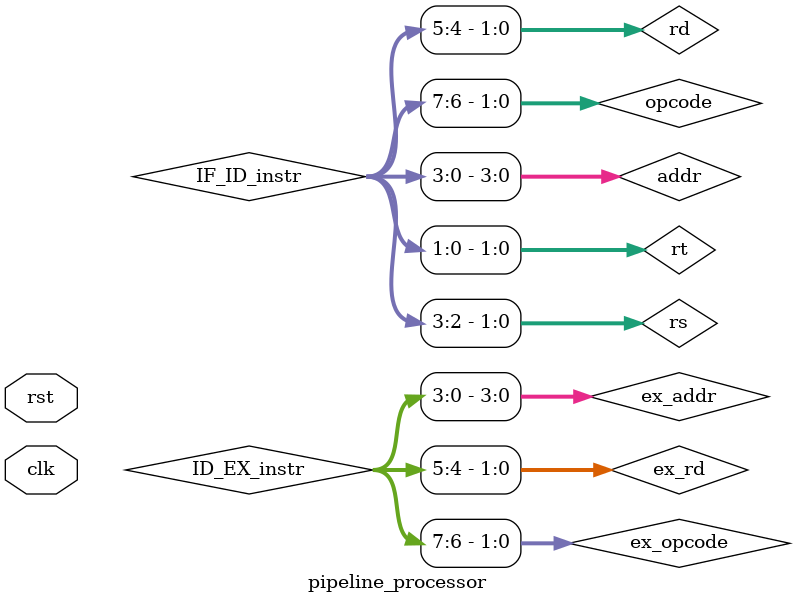
<source format=v>
module pipeline_processor (
    input clk,
    input rst
);
    // ==== Instruction Encoding ====
    // Opcode [7:6]: 2'b00 = ADD, 2'b01 = SUB, 2'b10 = LOAD
    // Format:
    //  ADD/SUB: {OP[7:6], RD[5:4], RS[3:2], RT[1:0]}
    //  LOAD  : {OP[7:6], RD[5:4], ADDR[3:0]}

    reg [7:0] instr_mem [0:15]; // 16 instruction memory
    reg [7:0] data_mem [0:15];  // 16 data memory
    reg [7:0] reg_file [0:3];   // 4 general purpose registers

    reg [3:0] pc;

    // Pipeline Registers
    reg [7:0] IF_ID_instr;
    reg [7:0] ID_EX_instr;
    reg [7:0] ID_EX_rs_data, ID_EX_rt_data;
    reg [7:0] EX_MEM_result;
    reg [1:0] EX_MEM_rd;
    reg       EX_MEM_is_load;

    // Instruction Fetch
    always @(posedge clk or posedge rst) begin
        if (rst)
            pc <= 0;
        else
            IF_ID_instr <= instr_mem[pc];
    end

    // Instruction Decode
    wire [1:0] opcode = IF_ID_instr[7:6];
    wire [1:0] rd     = IF_ID_instr[5:4];
    wire [1:0] rs     = IF_ID_instr[3:2];
    wire [1:0] rt     = IF_ID_instr[1:0];
    wire [3:0] addr   = IF_ID_instr[3:0];

    always @(posedge clk) begin
        ID_EX_instr   <= IF_ID_instr;
        ID_EX_rs_data <= reg_file[rs];
        ID_EX_rt_data <= reg_file[rt];
        pc <= pc + 1;
    end

    // Execute Stage
    wire [1:0] ex_opcode = ID_EX_instr[7:6];
    wire [1:0] ex_rd     = ID_EX_instr[5:4];
    wire [3:0] ex_addr   = ID_EX_instr[3:0];

    reg [7:0] alu_result;

    always @(posedge clk) begin
        case (ex_opcode)
            2'b00: alu_result <= ID_EX_rs_data + ID_EX_rt_data; // ADD
            2'b01: alu_result <= ID_EX_rs_data - ID_EX_rt_data; // SUB
            2'b10: alu_result <= ex_addr;                       // LOAD (address only)
            default: alu_result <= 0;
        endcase

        EX_MEM_result  <= alu_result;
        EX_MEM_rd      <= ex_rd;
        EX_MEM_is_load <= (ex_opcode == 2'b10);
    end

    // Memory Stage
    always @(posedge clk) begin
        if (EX_MEM_is_load)
            reg_file[EX_MEM_rd] <= data_mem[EX_MEM_result];
        else
            reg_file[EX_MEM_rd] <= EX_MEM_result;
    end

    // Initialize Memories
    initial begin
        pc = 0;
        instr_mem[0] = 8'b00000101; // ADD R0 = R0 + R1
        instr_mem[1] = 8'b01011010; // SUB R1 = R1 - R2
        instr_mem[2] = 8'b10000001; // LOAD R0, [1]
        instr_mem[3] = 8'b00011011; // ADD R1 = R2 + R3

        reg_file[0] = 8'd5;
        reg_file[1] = 8'd3;
        reg_file[2] = 8'd1;
        reg_file[3] = 8'd2;

        data_mem[1] = 8'd99;
    end
endmodule

</source>
